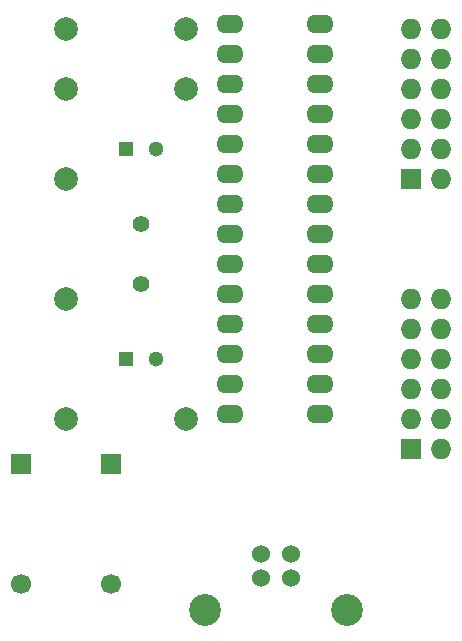
<source format=gts>
G04 #@! TF.FileFunction,Soldermask,Top*
%FSLAX46Y46*%
G04 Gerber Fmt 4.6, Leading zero omitted, Abs format (unit mm)*
G04 Created by KiCad (PCBNEW (2015-09-02 BZR 6149)-product) date Saturday, 26 September 2015 14:16:23*
%MOMM*%
G01*
G04 APERTURE LIST*
%ADD10C,0.100000*%
%ADD11R,1.300000X1.300000*%
%ADD12C,1.300000*%
%ADD13C,1.699260*%
%ADD14R,1.699260X1.699260*%
%ADD15O,2.300000X1.600000*%
%ADD16R,1.727200X1.727200*%
%ADD17O,1.727200X1.727200*%
%ADD18C,1.998980*%
%ADD19C,1.422400*%
%ADD20C,1.524000*%
%ADD21C,2.700020*%
G04 APERTURE END LIST*
D10*
D11*
X139700000Y-133350000D03*
D12*
X142200000Y-133350000D03*
D11*
X139700000Y-115570000D03*
D12*
X142200000Y-115570000D03*
D13*
X130812540Y-152400520D03*
D14*
X130812540Y-142240520D03*
D13*
X138432540Y-152400520D03*
D14*
X138432540Y-142240520D03*
D15*
X148501100Y-105003600D03*
X148501100Y-107543600D03*
X148501100Y-110083600D03*
X148501100Y-112623600D03*
X148501100Y-115163600D03*
X148501100Y-117703600D03*
X148501100Y-120243600D03*
X148501100Y-122783600D03*
X148501100Y-125323600D03*
X148501100Y-127863600D03*
X148501100Y-130403600D03*
X148501100Y-132943600D03*
X148501100Y-135483600D03*
X148501100Y-138023600D03*
X156121100Y-138023600D03*
X156121100Y-135483600D03*
X156121100Y-132943600D03*
X156121100Y-130403600D03*
X156121100Y-127863600D03*
X156121100Y-125323600D03*
X156121100Y-122783600D03*
X156121100Y-120243600D03*
X156121100Y-117703600D03*
X156121100Y-115163600D03*
X156121100Y-112623600D03*
X156121100Y-110083600D03*
X156121100Y-107543600D03*
X156121100Y-105003600D03*
D16*
X163830000Y-140970000D03*
D17*
X166370000Y-140970000D03*
X163830000Y-138430000D03*
X166370000Y-138430000D03*
X163830000Y-135890000D03*
X166370000Y-135890000D03*
X163830000Y-133350000D03*
X166370000Y-133350000D03*
X163830000Y-130810000D03*
X166370000Y-130810000D03*
X163830000Y-128270000D03*
X166370000Y-128270000D03*
D16*
X163830000Y-118110000D03*
D17*
X166370000Y-118110000D03*
X163830000Y-115570000D03*
X166370000Y-115570000D03*
X163830000Y-113030000D03*
X166370000Y-113030000D03*
X163830000Y-110490000D03*
X166370000Y-110490000D03*
X163830000Y-107950000D03*
X166370000Y-107950000D03*
X163830000Y-105410000D03*
X166370000Y-105410000D03*
D18*
X134620000Y-138430000D03*
X144780000Y-138430000D03*
X134620000Y-110490000D03*
X144780000Y-110490000D03*
X134620000Y-118110000D03*
X134620000Y-128270000D03*
X144780000Y-105410000D03*
X134620000Y-105410000D03*
D19*
X140970000Y-127000000D03*
X140970000Y-121920000D03*
D20*
X151130000Y-149860000D03*
X153670000Y-149860000D03*
X153670000Y-151858980D03*
X151130000Y-151858980D03*
D21*
X146400520Y-154559000D03*
X158399480Y-154559000D03*
M02*

</source>
